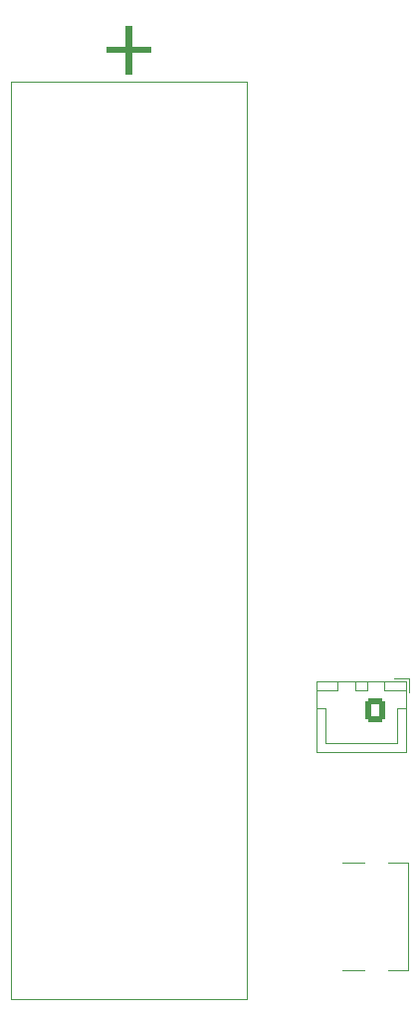
<source format=gbr>
%TF.GenerationSoftware,KiCad,Pcbnew,8.0.7-8.0.7-0~ubuntu24.04.1*%
%TF.CreationDate,2024-12-04T16:15:17+01:00*%
%TF.ProjectId,v_ggtermometer,76e46767-7465-4726-9d6f-6d657465722e,rev?*%
%TF.SameCoordinates,Original*%
%TF.FileFunction,Legend,Bot*%
%TF.FilePolarity,Positive*%
%FSLAX46Y46*%
G04 Gerber Fmt 4.6, Leading zero omitted, Abs format (unit mm)*
G04 Created by KiCad (PCBNEW 8.0.7-8.0.7-0~ubuntu24.04.1) date 2024-12-04 16:15:17*
%MOMM*%
%LPD*%
G01*
G04 APERTURE LIST*
G04 Aperture macros list*
%AMRoundRect*
0 Rectangle with rounded corners*
0 $1 Rounding radius*
0 $2 $3 $4 $5 $6 $7 $8 $9 X,Y pos of 4 corners*
0 Add a 4 corners polygon primitive as box body*
4,1,4,$2,$3,$4,$5,$6,$7,$8,$9,$2,$3,0*
0 Add four circle primitives for the rounded corners*
1,1,$1+$1,$2,$3*
1,1,$1+$1,$4,$5*
1,1,$1+$1,$6,$7*
1,1,$1+$1,$8,$9*
0 Add four rect primitives between the rounded corners*
20,1,$1+$1,$2,$3,$4,$5,0*
20,1,$1+$1,$4,$5,$6,$7,0*
20,1,$1+$1,$6,$7,$8,$9,0*
20,1,$1+$1,$8,$9,$2,$3,0*%
G04 Aperture macros list end*
%ADD10C,0.300000*%
%ADD11C,0.120000*%
%ADD12C,1.000000*%
%ADD13C,5.000000*%
%ADD14C,2.000000*%
%ADD15C,1.700000*%
%ADD16O,1.700000X1.700000*%
%ADD17R,1.700000X1.700000*%
%ADD18RoundRect,0.250000X0.600000X0.750000X-0.600000X0.750000X-0.600000X-0.750000X0.600000X-0.750000X0*%
%ADD19O,1.700000X2.000000*%
%ADD20C,2.500000*%
%ADD21C,0.650000*%
%ADD22R,1.240000X0.600000*%
%ADD23R,1.240000X0.300000*%
%ADD24O,1.800000X1.000000*%
%ADD25O,2.100000X1.000000*%
G04 APERTURE END LIST*
D10*
G36*
X10117960Y79680286D02*
G01*
X10117960Y81478402D01*
X11747549Y81478402D01*
X11747549Y82016224D01*
X10117960Y82016224D01*
X10117960Y83805547D01*
X9555225Y83805547D01*
X9555225Y82016224D01*
X7932964Y82016224D01*
X7932964Y81478402D01*
X9555225Y81478402D01*
X9555225Y79680286D01*
X10117960Y79680286D01*
G37*
D11*
%TO.C,J8*%
X25780990Y28075990D02*
X25780990Y22105990D01*
X25780990Y22105990D02*
X33400990Y22105990D01*
X25790990Y28065990D02*
X25790990Y27315990D01*
X25790990Y27315990D02*
X27590990Y27315990D01*
X26540990Y25815990D02*
X25790990Y25815990D01*
X26540990Y22865990D02*
X26540990Y25815990D01*
X27590990Y28065990D02*
X25790990Y28065990D01*
X27590990Y27315990D02*
X27590990Y28065990D01*
X29090990Y28065990D02*
X29090990Y27315990D01*
X29090990Y27315990D02*
X30090990Y27315990D01*
X29590990Y22865990D02*
X26540990Y22865990D01*
X29590990Y22865990D02*
X32640990Y22865990D01*
X30090990Y28065990D02*
X29090990Y28065990D01*
X30090990Y27315990D02*
X30090990Y28065990D01*
X31590990Y28065990D02*
X31590990Y27315990D01*
X31590990Y27315990D02*
X33390990Y27315990D01*
X32640990Y25815990D02*
X33390990Y25815990D01*
X32640990Y22865990D02*
X32640990Y25815990D01*
X33390990Y28065990D02*
X31590990Y28065990D01*
X33390990Y27315990D02*
X33390990Y28065990D01*
X33400990Y28075990D02*
X25780990Y28075990D01*
X33400990Y22105990D02*
X33400990Y28075990D01*
X33690990Y28365990D02*
X32440990Y28365990D01*
X33690990Y27115990D02*
X33690990Y28365990D01*
%TO.C,BT1*%
X-209010Y79090990D02*
X19890990Y79090990D01*
X-209010Y1090990D02*
X-209010Y79090990D01*
X19890990Y79090990D02*
X19890990Y1090990D01*
X19890990Y1090990D02*
X-209010Y1090990D01*
%TO.C,J1*%
X27986180Y3535800D02*
X29906180Y3535800D01*
X29906180Y12695800D02*
X27986180Y12695800D01*
X31916180Y12695800D02*
X33621180Y12695800D01*
X33621180Y12695800D02*
X33621180Y3535800D01*
X33621180Y3535800D02*
X31916180Y3535800D01*
%TD*%
%LPC*%
D12*
%TO.C,*%
X32490990Y14690990D03*
%TD*%
D13*
%TO.C,REF\u002A\u002A*%
X29590990Y97090990D03*
%TD*%
D12*
%TO.C,REF\u002A\u002A*%
X29290990Y14690990D03*
%TD*%
D13*
%TO.C,REF\u002A\u002A*%
X29590990Y137090990D03*
%TD*%
D12*
%TO.C,REF\u002A\u002A*%
X29290990Y21190990D03*
%TD*%
D14*
%TO.C,SW3*%
X26540990Y69140990D03*
X26540990Y62640990D03*
X22040990Y69140990D03*
X22040990Y62640990D03*
%TD*%
%TO.C,SW1*%
X22040990Y53040990D03*
X22040990Y59540990D03*
X26540990Y53040990D03*
X26540990Y59540990D03*
%TD*%
D15*
%TO.C,J2*%
X31990990Y58420990D03*
D16*
X31990990Y55880990D03*
D17*
X31990990Y53340990D03*
D16*
X31990990Y50800990D03*
X31990990Y48260990D03*
X31990990Y45720990D03*
X31990990Y43180990D03*
X31990990Y40640990D03*
%TD*%
D12*
%TO.C,*%
X27790990Y17890990D03*
%TD*%
%TO.C,REF\u002A\u002A*%
X32490990Y21190990D03*
%TD*%
D18*
%TO.C,J8*%
X30840990Y25615990D03*
D19*
X28340990Y25615990D03*
%TD*%
D20*
%TO.C,BT1*%
X9840990Y76090990D03*
X9840990Y4090990D03*
%TD*%
D21*
%TO.C,J1*%
X27231180Y11005800D03*
X27231180Y5225800D03*
D22*
X26111180Y11315800D03*
X26111180Y10515800D03*
D23*
X26111180Y9365800D03*
X26111180Y8365800D03*
X26111180Y7865800D03*
X26111180Y6865800D03*
D22*
X26111180Y5715800D03*
X26111180Y4915800D03*
X26111180Y4915800D03*
X26111180Y5715800D03*
D23*
X26111180Y6365800D03*
X26111180Y7365800D03*
X26111180Y8865800D03*
X26111180Y9865800D03*
D22*
X26111180Y10515800D03*
X26111180Y11315800D03*
D24*
X30911180Y12435800D03*
D25*
X26711180Y12435800D03*
D24*
X30911180Y3795800D03*
D25*
X26711180Y3795800D03*
%TD*%
%LPD*%
M02*

</source>
